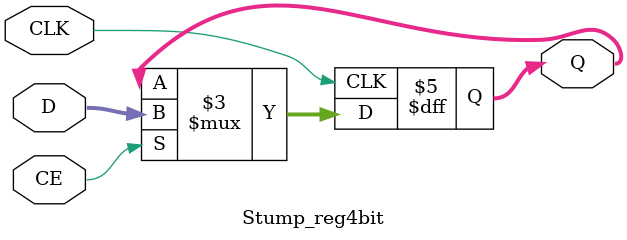
<source format=v>
module Stump_reg4bit  (input wire CLK,
			input wire CE,
			input wire [3:0] D,
			output reg [3:0] Q
			);
			
always @(posedge CLK)
if (CE == 1)
  Q <= D;
  
endmodule

</source>
